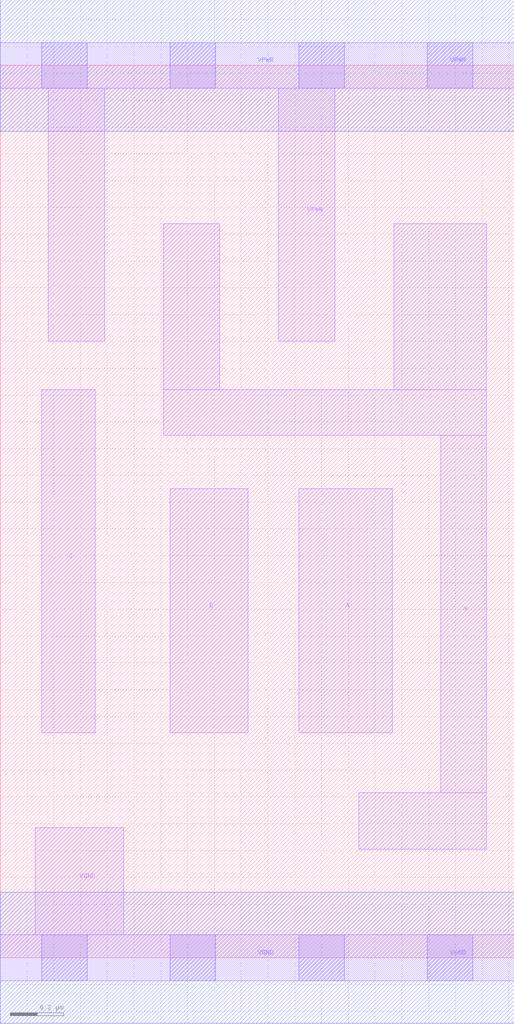
<source format=lef>
# Copyright 2020 The SkyWater PDK Authors
#
# Licensed under the Apache License, Version 2.0 (the "License");
# you may not use this file except in compliance with the License.
# You may obtain a copy of the License at
#
#     https://www.apache.org/licenses/LICENSE-2.0
#
# Unless required by applicable law or agreed to in writing, software
# distributed under the License is distributed on an "AS IS" BASIS,
# WITHOUT WARRANTIES OR CONDITIONS OF ANY KIND, either express or implied.
# See the License for the specific language governing permissions and
# limitations under the License.
#
# SPDX-License-Identifier: Apache-2.0

VERSION 5.7 ;
  NAMESCASESENSITIVE ON ;
  NOWIREEXTENSIONATPIN ON ;
  DIVIDERCHAR "/" ;
  BUSBITCHARS "[]" ;
UNITS
  DATABASE MICRONS 200 ;
END UNITS
MACRO sky130_fd_sc_lp__nand3_m
  CLASS CORE ;
  SOURCE USER ;
  FOREIGN sky130_fd_sc_lp__nand3_m ;
  ORIGIN  0.000000  0.000000 ;
  SIZE  1.920000 BY  3.330000 ;
  SYMMETRY X Y R90 ;
  SITE unit ;
  PIN A
    ANTENNAGATEAREA  0.126000 ;
    DIRECTION INPUT ;
    USE SIGNAL ;
    PORT
      LAYER li1 ;
        RECT 1.115000 0.840000 1.465000 1.750000 ;
    END
  END A
  PIN B
    ANTENNAGATEAREA  0.126000 ;
    DIRECTION INPUT ;
    USE SIGNAL ;
    PORT
      LAYER li1 ;
        RECT 0.635000 0.840000 0.925000 1.750000 ;
    END
  END B
  PIN C
    ANTENNAGATEAREA  0.126000 ;
    DIRECTION INPUT ;
    USE SIGNAL ;
    PORT
      LAYER li1 ;
        RECT 0.155000 0.840000 0.355000 2.120000 ;
    END
  END C
  PIN Y
    ANTENNADIFFAREA  0.340200 ;
    DIRECTION OUTPUT ;
    USE SIGNAL ;
    PORT
      LAYER li1 ;
        RECT 0.610000 1.950000 1.815000 2.120000 ;
        RECT 0.610000 2.120000 0.820000 2.740000 ;
        RECT 1.340000 0.405000 1.815000 0.615000 ;
        RECT 1.470000 2.120000 1.815000 2.740000 ;
        RECT 1.645000 0.615000 1.815000 1.950000 ;
    END
  END Y
  PIN VGND
    DIRECTION INOUT ;
    USE GROUND ;
    PORT
      LAYER li1 ;
        RECT 0.000000 -0.085000 1.920000 0.085000 ;
        RECT 0.130000  0.085000 0.460000 0.485000 ;
      LAYER mcon ;
        RECT 0.155000 -0.085000 0.325000 0.085000 ;
        RECT 0.635000 -0.085000 0.805000 0.085000 ;
        RECT 1.115000 -0.085000 1.285000 0.085000 ;
        RECT 1.595000 -0.085000 1.765000 0.085000 ;
      LAYER met1 ;
        RECT 0.000000 -0.245000 1.920000 0.245000 ;
    END
  END VGND
  PIN VPWR
    DIRECTION INOUT ;
    USE POWER ;
    PORT
      LAYER li1 ;
        RECT 0.000000 3.245000 1.920000 3.415000 ;
        RECT 0.180000 2.300000 0.390000 3.245000 ;
        RECT 1.040000 2.300000 1.250000 3.245000 ;
      LAYER mcon ;
        RECT 0.155000 3.245000 0.325000 3.415000 ;
        RECT 0.635000 3.245000 0.805000 3.415000 ;
        RECT 1.115000 3.245000 1.285000 3.415000 ;
        RECT 1.595000 3.245000 1.765000 3.415000 ;
      LAYER met1 ;
        RECT 0.000000 3.085000 1.920000 3.575000 ;
    END
  END VPWR
END sky130_fd_sc_lp__nand3_m

</source>
